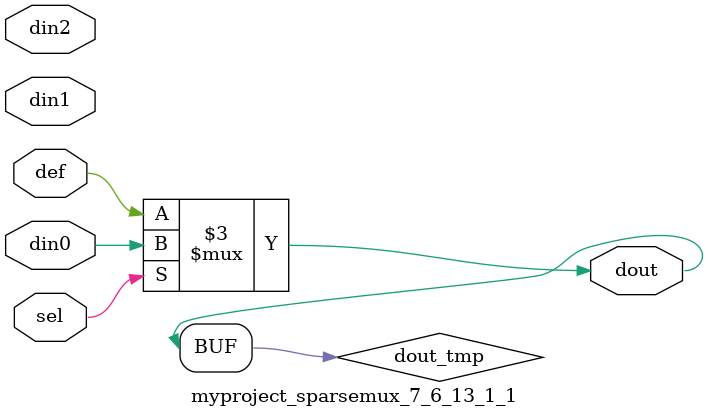
<source format=v>
`timescale 1ns / 1ps

module myproject_sparsemux_7_6_13_1_1 (din0,din1,din2,def,sel,dout);

parameter din0_WIDTH = 1;

parameter din1_WIDTH = 1;

parameter din2_WIDTH = 1;

parameter def_WIDTH = 1;
parameter sel_WIDTH = 1;
parameter dout_WIDTH = 1;

parameter [sel_WIDTH-1:0] CASE0 = 1;

parameter [sel_WIDTH-1:0] CASE1 = 1;

parameter [sel_WIDTH-1:0] CASE2 = 1;

parameter ID = 1;
parameter NUM_STAGE = 1;



input [din0_WIDTH-1:0] din0;

input [din1_WIDTH-1:0] din1;

input [din2_WIDTH-1:0] din2;

input [def_WIDTH-1:0] def;
input [sel_WIDTH-1:0] sel;

output [dout_WIDTH-1:0] dout;



reg [dout_WIDTH-1:0] dout_tmp;

always @ (*) begin
case (sel)
    
    CASE0 : dout_tmp = din0;
    
    CASE1 : dout_tmp = din1;
    
    CASE2 : dout_tmp = din2;
    
    default : dout_tmp = def;
endcase
end


assign dout = dout_tmp;



endmodule

</source>
